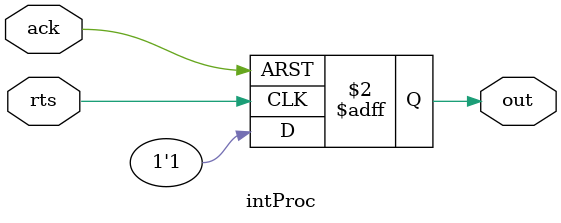
<source format=v>
module intProc(rts, ack, out);
input rts, ack;
output reg out;
always @ (posedge rts or posedge ack)
	begin
		if (ack)
			begin
				out <= 1'b0;
			end
		else if (rts)
			begin
				out <= 1'b1;
			end
	end
endmodule
</source>
